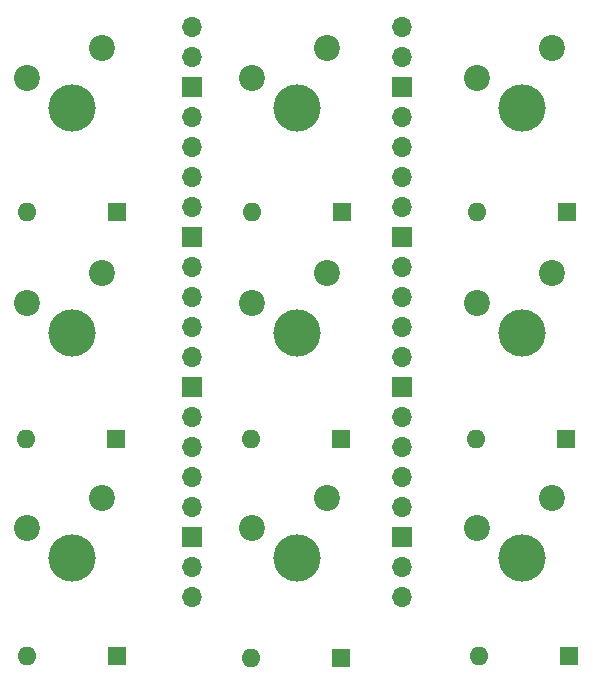
<source format=gbr>
%TF.GenerationSoftware,KiCad,Pcbnew,8.0.3*%
%TF.CreationDate,2024-08-31T16:39:55+01:00*%
%TF.ProjectId,macropad,6d616372-6f70-4616-942e-6b696361645f,rev?*%
%TF.SameCoordinates,Original*%
%TF.FileFunction,Soldermask,Top*%
%TF.FilePolarity,Negative*%
%FSLAX46Y46*%
G04 Gerber Fmt 4.6, Leading zero omitted, Abs format (unit mm)*
G04 Created by KiCad (PCBNEW 8.0.3) date 2024-08-31 16:39:55*
%MOMM*%
%LPD*%
G01*
G04 APERTURE LIST*
%ADD10C,4.000000*%
%ADD11C,2.200000*%
%ADD12R,1.600000X1.600000*%
%ADD13O,1.600000X1.600000*%
%ADD14O,1.700000X1.700000*%
%ADD15R,1.700000X1.700000*%
G04 APERTURE END LIST*
D10*
%TO.C,SW5*%
X66510000Y-74130000D03*
D11*
X69050000Y-69050000D03*
X62700000Y-71590000D03*
%TD*%
D12*
%TO.C,D3*%
X89320000Y-63900000D03*
D13*
X81700000Y-63900000D03*
%TD*%
D10*
%TO.C,SW2*%
X66510000Y-55080000D03*
D11*
X69050000Y-50000000D03*
X62700000Y-52540000D03*
%TD*%
D12*
%TO.C,D4*%
X51160000Y-83100000D03*
D13*
X43540000Y-83100000D03*
%TD*%
D10*
%TO.C,SW6*%
X85560000Y-74130000D03*
D11*
X88100000Y-69050000D03*
X81750000Y-71590000D03*
%TD*%
D10*
%TO.C,SW8*%
X66510000Y-93180000D03*
D11*
X69050000Y-88100000D03*
X62700000Y-90640000D03*
%TD*%
D10*
%TO.C,SW9*%
X85560000Y-93180000D03*
D11*
X88100000Y-88100000D03*
X81750000Y-90640000D03*
%TD*%
D10*
%TO.C,SW7*%
X47460000Y-93180000D03*
D11*
X50000000Y-88100000D03*
X43650000Y-90640000D03*
%TD*%
D12*
%TO.C,D7*%
X51260000Y-101500000D03*
D13*
X43640000Y-101500000D03*
%TD*%
D12*
%TO.C,D6*%
X89260000Y-83100000D03*
D13*
X81640000Y-83100000D03*
%TD*%
D12*
%TO.C,D2*%
X70270000Y-63900000D03*
D13*
X62650000Y-63900000D03*
%TD*%
D12*
%TO.C,D9*%
X89570000Y-101500000D03*
D13*
X81950000Y-101500000D03*
%TD*%
D10*
%TO.C,SW1*%
X47460000Y-55080000D03*
D11*
X50000000Y-50000000D03*
X43650000Y-52540000D03*
%TD*%
D10*
%TO.C,SW4*%
X47460000Y-74130000D03*
D11*
X50000000Y-69050000D03*
X43650000Y-71590000D03*
%TD*%
D12*
%TO.C,D5*%
X70210000Y-83100000D03*
D13*
X62590000Y-83100000D03*
%TD*%
D12*
%TO.C,D8*%
X70210000Y-101700000D03*
D13*
X62590000Y-101700000D03*
%TD*%
D10*
%TO.C,SW3*%
X85560000Y-55080000D03*
D11*
X88100000Y-50000000D03*
X81750000Y-52540000D03*
%TD*%
D12*
%TO.C,D1*%
X51220000Y-63900000D03*
D13*
X43600000Y-63900000D03*
%TD*%
D14*
%TO.C,U1*%
X75400000Y-48220000D03*
X75400000Y-50760000D03*
D15*
X75400000Y-53300000D03*
D14*
X75400000Y-55840000D03*
X75400000Y-58380000D03*
X75400000Y-60920000D03*
X75400000Y-63460000D03*
D15*
X75400000Y-66000000D03*
D14*
X75400000Y-68540000D03*
X75400000Y-71080000D03*
X75400000Y-73620000D03*
X75400000Y-76160000D03*
D15*
X75400000Y-78700000D03*
D14*
X75400000Y-81240000D03*
X75400000Y-83780000D03*
X75400000Y-86320000D03*
X75400000Y-88860000D03*
D15*
X75400000Y-91400000D03*
D14*
X75400000Y-93940000D03*
X75400000Y-96480000D03*
X57620000Y-96480000D03*
X57620000Y-93940000D03*
D15*
X57620000Y-91400000D03*
D14*
X57620000Y-88860000D03*
X57620000Y-86320000D03*
X57620000Y-83780000D03*
X57620000Y-81240000D03*
D15*
X57620000Y-78700000D03*
D14*
X57620000Y-76160000D03*
X57620000Y-73620000D03*
X57620000Y-71080000D03*
X57620000Y-68540000D03*
D15*
X57620000Y-66000000D03*
D14*
X57620000Y-63460000D03*
X57620000Y-60920000D03*
X57620000Y-58380000D03*
X57620000Y-55840000D03*
D15*
X57620000Y-53300000D03*
D14*
X57620000Y-50760000D03*
X57620000Y-48220000D03*
%TD*%
M02*

</source>
